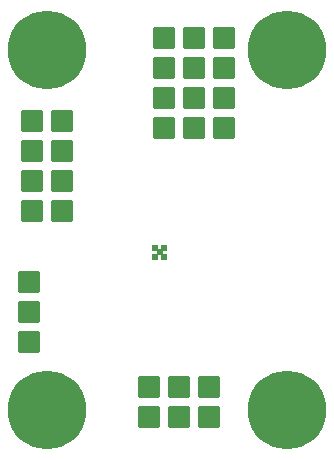
<source format=gbr>
%TF.GenerationSoftware,KiCad,Pcbnew,6.0.4-6f826c9f35~116~ubuntu20.04.1*%
%TF.CreationDate,2022-07-20T12:46:52+00:00*%
%TF.ProjectId,TPS63060V01B,54505336-3330-4363-9056-3031422e6b69,rev?*%
%TF.SameCoordinates,Original*%
%TF.FileFunction,Soldermask,Top*%
%TF.FilePolarity,Negative*%
%FSLAX46Y46*%
G04 Gerber Fmt 4.6, Leading zero omitted, Abs format (unit mm)*
G04 Created by KiCad (PCBNEW 6.0.4-6f826c9f35~116~ubuntu20.04.1) date 2022-07-20 12:46:52*
%MOMM*%
%LPD*%
G01*
G04 APERTURE LIST*
G04 Aperture macros list*
%AMRoundRect*
0 Rectangle with rounded corners*
0 $1 Rounding radius*
0 $2 $3 $4 $5 $6 $7 $8 $9 X,Y pos of 4 corners*
0 Add a 4 corners polygon primitive as box body*
4,1,4,$2,$3,$4,$5,$6,$7,$8,$9,$2,$3,0*
0 Add four circle primitives for the rounded corners*
1,1,$1+$1,$2,$3*
1,1,$1+$1,$4,$5*
1,1,$1+$1,$6,$7*
1,1,$1+$1,$8,$9*
0 Add four rect primitives between the rounded corners*
20,1,$1+$1,$2,$3,$4,$5,0*
20,1,$1+$1,$4,$5,$6,$7,0*
20,1,$1+$1,$6,$7,$8,$9,0*
20,1,$1+$1,$8,$9,$2,$3,0*%
G04 Aperture macros list end*
%ADD10RoundRect,0.101600X-0.825500X-0.825500X0.825500X-0.825500X0.825500X0.825500X-0.825500X0.825500X0*%
%ADD11RoundRect,0.101600X-0.825500X0.825500X-0.825500X-0.825500X0.825500X-0.825500X0.825500X0.825500X0*%
%ADD12C,6.654800*%
%ADD13RoundRect,0.101600X0.825500X-0.825500X0.825500X0.825500X-0.825500X0.825500X-0.825500X-0.825500X0*%
%ADD14RoundRect,0.101600X0.825500X0.825500X-0.825500X0.825500X-0.825500X-0.825500X0.825500X-0.825500X0*%
%ADD15C,0.609600*%
G04 APERTURE END LIST*
D10*
%TO.C,SV1*%
X136753600Y-109448600D03*
X136753600Y-111988600D03*
X136753600Y-114528600D03*
%TD*%
D11*
%TO.C,SV6*%
X139611100Y-103416100D03*
X137071100Y-103416100D03*
%TD*%
D12*
%TO.C,X2*%
X138341100Y-120243600D03*
%TD*%
D13*
%TO.C,SV4*%
X139611100Y-98336100D03*
X137071100Y-98336100D03*
X139611100Y-95796100D03*
X137071100Y-95796100D03*
%TD*%
D12*
%TO.C,X4*%
X158661100Y-120243600D03*
%TD*%
D14*
%TO.C,SV5*%
X153263600Y-88811100D03*
X153263600Y-91351100D03*
X150723600Y-88811100D03*
X150723600Y-91351100D03*
X148183600Y-88811100D03*
X148183600Y-91351100D03*
%TD*%
D12*
%TO.C,X1*%
X138341100Y-89763600D03*
%TD*%
%TO.C,X3*%
X158661100Y-89763600D03*
%TD*%
D10*
%TO.C,SV2*%
X148183600Y-96431100D03*
X148183600Y-93891100D03*
X150723600Y-96431100D03*
X150723600Y-93891100D03*
X153263600Y-96431100D03*
X153263600Y-93891100D03*
%TD*%
D11*
%TO.C,SV7*%
X139611100Y-100876100D03*
X137071100Y-100876100D03*
%TD*%
D14*
%TO.C,SV3*%
X151993600Y-118338600D03*
X151993600Y-120878600D03*
X149453600Y-118338600D03*
X149453600Y-120878600D03*
X146913600Y-118338600D03*
X146913600Y-120878600D03*
%TD*%
D15*
%TO.C,X5*%
X147866100Y-106908600D03*
X147466100Y-107308600D03*
X147466100Y-106508600D03*
X148266100Y-107308600D03*
X148266100Y-106508600D03*
%TD*%
M02*

</source>
